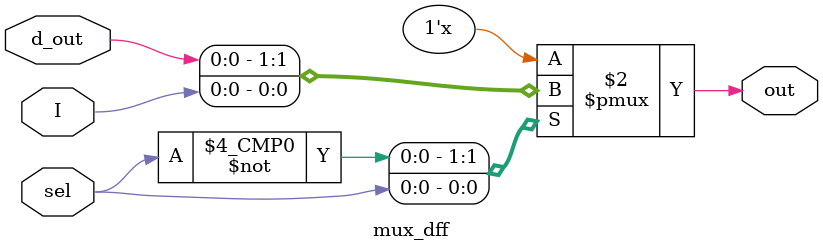
<source format=sv>
`timescale 1ns / 1ps


module mux_dff(output logic out, 
                input logic I,input logic sel,input logic d_out
                
    );
    
    always_comb begin
        case(sel)
            1'b0: begin out= d_out ; end
            1'b1: begin out= I ; end
        endcase
    end
endmodule


</source>
